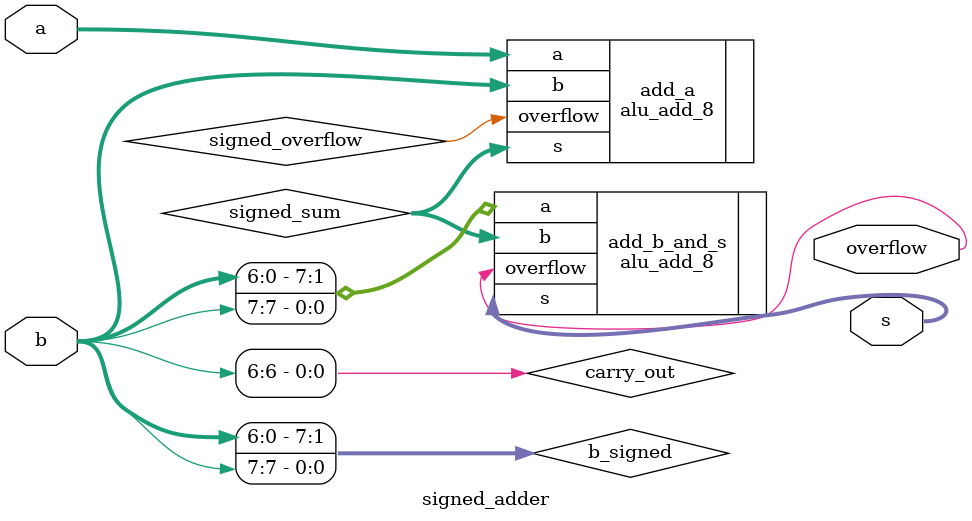
<source format=v>

module signed_adder(input [7:0] a,
    input [7:0] b,
    output [7:0] s,
    output overflow
); 

// The numbers a and b are added to the output s. 
// assign the occurence of the signed overflow of a and b to the output overflow.
// a signed overflow occurs if the most significant bits of a and b are low and the most significant bit of s is high
// a signed overflow may also occur if the most significant bits of a and b are high and the most significant bit of s is low



wire signed [7:0] b_signed = {b[6:0],b[7]};
wire signed [7:0] signed_sum;
wire signed_overflow;

// add a and b
alu_add_8 add_a(.a(a),.b(b),.s(signed_sum),.overflow(signed_overflow));


// set the carry output of add_a to be the carry input of add_b
assign carry_out = b_signed[7];



// add_b and signed_sum
alu_add_8 add_b_and_s(.a(b_signed),.b(signed_sum),.s(s),.overflow(overflow));

endmodule

</source>
